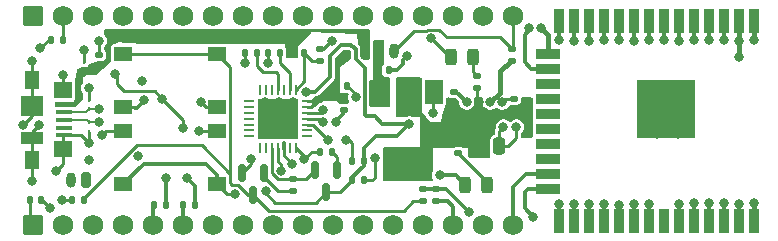
<source format=gbr>
%TF.GenerationSoftware,KiCad,Pcbnew,(6.0.1)*%
%TF.CreationDate,2023-01-04T22:15:01+03:00*%
%TF.ProjectId,EspDevBoard,45737044-6576-4426-9f61-72642e6b6963,rev?*%
%TF.SameCoordinates,Original*%
%TF.FileFunction,Copper,L1,Top*%
%TF.FilePolarity,Positive*%
%FSLAX46Y46*%
G04 Gerber Fmt 4.6, Leading zero omitted, Abs format (unit mm)*
G04 Created by KiCad (PCBNEW (6.0.1)) date 2023-01-04 22:15:01*
%MOMM*%
%LPD*%
G01*
G04 APERTURE LIST*
G04 Aperture macros list*
%AMRoundRect*
0 Rectangle with rounded corners*
0 $1 Rounding radius*
0 $2 $3 $4 $5 $6 $7 $8 $9 X,Y pos of 4 corners*
0 Add a 4 corners polygon primitive as box body*
4,1,4,$2,$3,$4,$5,$6,$7,$8,$9,$2,$3,0*
0 Add four circle primitives for the rounded corners*
1,1,$1+$1,$2,$3*
1,1,$1+$1,$4,$5*
1,1,$1+$1,$6,$7*
1,1,$1+$1,$8,$9*
0 Add four rect primitives between the rounded corners*
20,1,$1+$1,$2,$3,$4,$5,0*
20,1,$1+$1,$4,$5,$6,$7,0*
20,1,$1+$1,$6,$7,$8,$9,0*
20,1,$1+$1,$8,$9,$2,$3,0*%
G04 Aperture macros list end*
%TA.AperFunction,SMDPad,CuDef*%
%ADD10RoundRect,0.140000X0.140000X0.170000X-0.140000X0.170000X-0.140000X-0.170000X0.140000X-0.170000X0*%
%TD*%
%TA.AperFunction,SMDPad,CuDef*%
%ADD11RoundRect,0.140000X-0.140000X-0.170000X0.140000X-0.170000X0.140000X0.170000X-0.140000X0.170000X0*%
%TD*%
%TA.AperFunction,ComponentPad*%
%ADD12RoundRect,0.250000X-0.620000X-0.620000X0.620000X-0.620000X0.620000X0.620000X-0.620000X0.620000X0*%
%TD*%
%TA.AperFunction,ComponentPad*%
%ADD13C,1.740000*%
%TD*%
%TA.AperFunction,SMDPad,CuDef*%
%ADD14R,0.250000X0.360000*%
%TD*%
%TA.AperFunction,SMDPad,CuDef*%
%ADD15RoundRect,0.135000X0.135000X0.185000X-0.135000X0.185000X-0.135000X-0.185000X0.135000X-0.185000X0*%
%TD*%
%TA.AperFunction,ComponentPad*%
%ADD16RoundRect,0.200000X0.200000X0.450000X-0.200000X0.450000X-0.200000X-0.450000X0.200000X-0.450000X0*%
%TD*%
%TA.AperFunction,ComponentPad*%
%ADD17O,0.800000X1.300000*%
%TD*%
%TA.AperFunction,SMDPad,CuDef*%
%ADD18RoundRect,0.140000X0.170000X-0.140000X0.170000X0.140000X-0.170000X0.140000X-0.170000X-0.140000X0*%
%TD*%
%TA.AperFunction,SMDPad,CuDef*%
%ADD19RoundRect,0.135000X-0.135000X-0.185000X0.135000X-0.185000X0.135000X0.185000X-0.135000X0.185000X0*%
%TD*%
%TA.AperFunction,SMDPad,CuDef*%
%ADD20RoundRect,0.135000X-0.185000X0.135000X-0.185000X-0.135000X0.185000X-0.135000X0.185000X0.135000X0*%
%TD*%
%TA.AperFunction,SMDPad,CuDef*%
%ADD21RoundRect,0.243750X-0.243750X-0.456250X0.243750X-0.456250X0.243750X0.456250X-0.243750X0.456250X0*%
%TD*%
%TA.AperFunction,SMDPad,CuDef*%
%ADD22R,1.380000X0.450000*%
%TD*%
%TA.AperFunction,SMDPad,CuDef*%
%ADD23R,1.550000X1.425000*%
%TD*%
%TA.AperFunction,SMDPad,CuDef*%
%ADD24R,1.300000X1.650000*%
%TD*%
%TA.AperFunction,SMDPad,CuDef*%
%ADD25R,1.900000X1.000000*%
%TD*%
%TA.AperFunction,SMDPad,CuDef*%
%ADD26R,1.900000X1.800000*%
%TD*%
%TA.AperFunction,SMDPad,CuDef*%
%ADD27RoundRect,0.150000X-0.150000X0.587500X-0.150000X-0.587500X0.150000X-0.587500X0.150000X0.587500X0*%
%TD*%
%TA.AperFunction,SMDPad,CuDef*%
%ADD28R,1.550000X1.300000*%
%TD*%
%TA.AperFunction,SMDPad,CuDef*%
%ADD29RoundRect,0.250000X-0.250000X-0.475000X0.250000X-0.475000X0.250000X0.475000X-0.250000X0.475000X0*%
%TD*%
%TA.AperFunction,ComponentPad*%
%ADD30RoundRect,0.200000X-0.200000X-0.450000X0.200000X-0.450000X0.200000X0.450000X-0.200000X0.450000X0*%
%TD*%
%TA.AperFunction,SMDPad,CuDef*%
%ADD31R,0.900000X2.000000*%
%TD*%
%TA.AperFunction,SMDPad,CuDef*%
%ADD32R,2.000000X0.900000*%
%TD*%
%TA.AperFunction,SMDPad,CuDef*%
%ADD33R,5.000000X5.000000*%
%TD*%
%TA.AperFunction,SMDPad,CuDef*%
%ADD34RoundRect,0.135000X0.185000X-0.135000X0.185000X0.135000X-0.185000X0.135000X-0.185000X-0.135000X0*%
%TD*%
%TA.AperFunction,SMDPad,CuDef*%
%ADD35RoundRect,0.062500X0.337500X0.062500X-0.337500X0.062500X-0.337500X-0.062500X0.337500X-0.062500X0*%
%TD*%
%TA.AperFunction,SMDPad,CuDef*%
%ADD36RoundRect,0.062500X0.062500X0.337500X-0.062500X0.337500X-0.062500X-0.337500X0.062500X-0.337500X0*%
%TD*%
%TA.AperFunction,SMDPad,CuDef*%
%ADD37R,3.350000X3.350000*%
%TD*%
%TA.AperFunction,SMDPad,CuDef*%
%ADD38RoundRect,0.140000X-0.170000X0.140000X-0.170000X-0.140000X0.170000X-0.140000X0.170000X0.140000X0*%
%TD*%
%TA.AperFunction,SMDPad,CuDef*%
%ADD39R,1.500000X2.000000*%
%TD*%
%TA.AperFunction,SMDPad,CuDef*%
%ADD40R,3.800000X2.000000*%
%TD*%
%TA.AperFunction,ViaPad*%
%ADD41C,0.800000*%
%TD*%
%TA.AperFunction,Conductor*%
%ADD42C,0.250000*%
%TD*%
%TA.AperFunction,Conductor*%
%ADD43C,0.400000*%
%TD*%
%TA.AperFunction,Conductor*%
%ADD44C,0.300000*%
%TD*%
%TA.AperFunction,Conductor*%
%ADD45C,0.200000*%
%TD*%
G04 APERTURE END LIST*
D10*
%TO.P,C3,1*%
%TO.N,+3V3*%
X183380000Y-65300000D03*
%TO.P,C3,2*%
%TO.N,GND*%
X182420000Y-65300000D03*
%TD*%
D11*
%TO.P,C10,1*%
%TO.N,+3V3*%
X180620000Y-78900000D03*
%TO.P,C10,2*%
%TO.N,GND*%
X181580000Y-78900000D03*
%TD*%
D12*
%TO.P,J2,1,Pin_1*%
%TO.N,GND*%
X180900000Y-63300000D03*
D13*
%TO.P,J2,2,Pin_2*%
%TO.N,+3V3*%
X183440000Y-63300000D03*
%TO.P,J2,3,Pin_3*%
%TO.N,/EN*%
X185980000Y-63300000D03*
%TO.P,J2,4,Pin_4*%
%TO.N,/I36*%
X188520000Y-63300000D03*
%TO.P,J2,5,Pin_5*%
%TO.N,/I39*%
X191060000Y-63300000D03*
%TO.P,J2,6,Pin_6*%
%TO.N,/I34*%
X193600000Y-63300000D03*
%TO.P,J2,7,Pin_7*%
%TO.N,/I35*%
X196140000Y-63300000D03*
%TO.P,J2,8,Pin_8*%
%TO.N,/IO32*%
X198680000Y-63300000D03*
%TO.P,J2,9,Pin_9*%
%TO.N,/IO33*%
X201220000Y-63300000D03*
%TO.P,J2,10,Pin_10*%
%TO.N,/IO25*%
X203760000Y-63300000D03*
%TO.P,J2,11,Pin_11*%
%TO.N,/IO26*%
X206300000Y-63300000D03*
%TO.P,J2,12,Pin_12*%
%TO.N,/IO27*%
X208840000Y-63300000D03*
%TO.P,J2,13,Pin_13*%
%TO.N,/IO14*%
X211380000Y-63300000D03*
%TO.P,J2,14,Pin_14*%
%TO.N,/IO12*%
X213920000Y-63300000D03*
%TO.P,J2,15,Pin_15*%
%TO.N,GND*%
X216460000Y-63300000D03*
%TO.P,J2,16,Pin_16*%
%TO.N,/IO13*%
X219000000Y-63300000D03*
%TO.P,J2,17,Pin_17*%
%TO.N,VCC*%
X221540000Y-63300000D03*
%TD*%
D14*
%TO.P,D4,1,A1*%
%TO.N,GND*%
X185600000Y-73120000D03*
%TO.P,D4,2,A2*%
%TO.N,/USB_DP*%
X185600000Y-72280000D03*
%TD*%
D15*
%TO.P,R13,1*%
%TO.N,/EN*%
X208910000Y-75600000D03*
%TO.P,R13,2*%
%TO.N,+3V3*%
X207890000Y-75600000D03*
%TD*%
D16*
%TO.P,J4,1,Pin_1*%
%TO.N,Net-(C11-Pad1)*%
X185325000Y-77200000D03*
D17*
%TO.P,J4,2,Pin_2*%
%TO.N,+3V3*%
X184075000Y-77200000D03*
%TD*%
D11*
%TO.P,C2,1*%
%TO.N,+3V3*%
X206520000Y-69200000D03*
%TO.P,C2,2*%
%TO.N,GND*%
X207480000Y-69200000D03*
%TD*%
D14*
%TO.P,D3,1,A1*%
%TO.N,GND*%
X185200000Y-67180000D03*
%TO.P,D3,2,A2*%
%TO.N,VBUS*%
X185200000Y-68020000D03*
%TD*%
D18*
%TO.P,C9,1*%
%TO.N,+3V3*%
X221600000Y-71280000D03*
%TO.P,C9,2*%
%TO.N,GND*%
X221600000Y-70320000D03*
%TD*%
D19*
%TO.P,R12,1*%
%TO.N,/RXD0*%
X193590000Y-79300000D03*
%TO.P,R12,2*%
%TO.N,/TXD*%
X194610000Y-79300000D03*
%TD*%
D20*
%TO.P,R7,1*%
%TO.N,/IO0*%
X215000000Y-77980000D03*
%TO.P,R7,2*%
%TO.N,/IO0_CON*%
X215000000Y-79000000D03*
%TD*%
%TO.P,R8,1*%
%TO.N,/IO0*%
X213900000Y-77990000D03*
%TO.P,R8,2*%
%TO.N,/IO0_BTN*%
X213900000Y-79010000D03*
%TD*%
D11*
%TO.P,C12,1*%
%TO.N,/EN*%
X207920000Y-77200000D03*
%TO.P,C12,2*%
%TO.N,GND*%
X208880000Y-77200000D03*
%TD*%
D21*
%TO.P,D2,1,K*%
%TO.N,GND*%
X216262500Y-66800000D03*
%TO.P,D2,2,A*%
%TO.N,Net-(D2-Pad2)*%
X218137500Y-66800000D03*
%TD*%
D22*
%TO.P,J3,1,VBUS*%
%TO.N,VBUS*%
X183460000Y-70800000D03*
%TO.P,J3,2,D-*%
%TO.N,/USB_DN*%
X183460000Y-71450000D03*
%TO.P,J3,3,D+*%
%TO.N,/USB_DP*%
X183460000Y-72100000D03*
%TO.P,J3,4,ID*%
%TO.N,unconnected-(J3-Pad4)*%
X183460000Y-72750000D03*
%TO.P,J3,5,GND*%
%TO.N,GND*%
X183460000Y-73400000D03*
D23*
%TO.P,J3,6,Shield*%
X183375000Y-69612500D03*
D24*
X180800000Y-68725000D03*
X180800000Y-75475000D03*
D25*
X180800000Y-73650000D03*
D26*
X180800000Y-70950000D03*
D23*
X183375000Y-74587500D03*
%TD*%
D19*
%TO.P,R11,1*%
%TO.N,/TXD0*%
X191090000Y-79300000D03*
%TO.P,R11,2*%
%TO.N,/RXD*%
X192110000Y-79300000D03*
%TD*%
D27*
%TO.P,Q4,1,B*%
%TO.N,Net-(Q4-Pad1)*%
X200450000Y-76562500D03*
%TO.P,Q4,2,E*%
%TO.N,/DTR*%
X198550000Y-76562500D03*
%TO.P,Q4,3,C*%
%TO.N,/IO0_BTN*%
X199500000Y-78437500D03*
%TD*%
D28*
%TO.P,SW1,1,1*%
%TO.N,GND*%
X196475000Y-73050000D03*
X188525000Y-73050000D03*
%TO.P,SW1,2,2*%
%TO.N,/EN*%
X188525000Y-77550000D03*
X196475000Y-77550000D03*
%TD*%
D20*
%TO.P,R2,1*%
%TO.N,Net-(D2-Pad2)*%
X218500000Y-68380000D03*
%TO.P,R2,2*%
%TO.N,+3V3*%
X218500000Y-69400000D03*
%TD*%
D29*
%TO.P,C8,1*%
%TO.N,+3V3*%
X218450000Y-74300000D03*
%TO.P,C8,2*%
%TO.N,GND*%
X220350000Y-74300000D03*
%TD*%
D30*
%TO.P,J1,1,Pin_1*%
%TO.N,VBUS*%
X208950000Y-66300000D03*
D17*
%TO.P,J1,2,Pin_2*%
%TO.N,+5V*%
X210200000Y-66300000D03*
%TO.P,J1,3,Pin_3*%
%TO.N,VCC*%
X211450000Y-66300000D03*
%TD*%
D10*
%TO.P,C13,1*%
%TO.N,/IO0_BTN*%
X185160000Y-78900000D03*
%TO.P,C13,2*%
%TO.N,GND*%
X184200000Y-78900000D03*
%TD*%
D19*
%TO.P,R4,1*%
%TO.N,VBUS*%
X202790000Y-66400000D03*
%TO.P,R4,2*%
%TO.N,Net-(R4-Pad2)*%
X203810000Y-66400000D03*
%TD*%
D12*
%TO.P,J5,1,Pin_1*%
%TO.N,+3V3*%
X180900000Y-81000000D03*
D13*
%TO.P,J5,2,Pin_2*%
%TO.N,GND*%
X183440000Y-81000000D03*
%TO.P,J5,3,Pin_3*%
%TO.N,/IO23*%
X185980000Y-81000000D03*
%TO.P,J5,4,Pin_4*%
%TO.N,/IO22*%
X188520000Y-81000000D03*
%TO.P,J5,5,Pin_5*%
%TO.N,/TXD0*%
X191060000Y-81000000D03*
%TO.P,J5,6,Pin_6*%
%TO.N,/RXD0*%
X193600000Y-81000000D03*
%TO.P,J5,7,Pin_7*%
%TO.N,/IO21*%
X196140000Y-81000000D03*
%TO.P,J5,8,Pin_8*%
%TO.N,GND*%
X198680000Y-81000000D03*
%TO.P,J5,9,Pin_9*%
%TO.N,/IO19*%
X201220000Y-81000000D03*
%TO.P,J5,10,Pin_10*%
%TO.N,/IO18*%
X203760000Y-81000000D03*
%TO.P,J5,11,Pin_11*%
%TO.N,/IO5*%
X206300000Y-81000000D03*
%TO.P,J5,12,Pin_12*%
%TO.N,/IO17*%
X208840000Y-81000000D03*
%TO.P,J5,13,Pin_13*%
%TO.N,/IO16*%
X211380000Y-81000000D03*
%TO.P,J5,14,Pin_14*%
%TO.N,/IO4*%
X213920000Y-81000000D03*
%TO.P,J5,15,Pin_15*%
%TO.N,/IO0_CON*%
X216460000Y-81000000D03*
%TO.P,J5,16,Pin_16*%
%TO.N,/IO2*%
X219000000Y-81000000D03*
%TO.P,J5,17,Pin_17*%
%TO.N,/IO15*%
X221540000Y-81000000D03*
%TD*%
D18*
%TO.P,C7,1*%
%TO.N,VBUS*%
X186500000Y-67580000D03*
%TO.P,C7,2*%
%TO.N,GND*%
X186500000Y-66620000D03*
%TD*%
D21*
%TO.P,D1,1,K*%
%TO.N,/IO18*%
X217462500Y-77600000D03*
%TO.P,D1,2,A*%
%TO.N,Net-(D1-Pad2)*%
X219337500Y-77600000D03*
%TD*%
D31*
%TO.P,U3,1,GND*%
%TO.N,GND*%
X241955000Y-63700000D03*
%TO.P,U3,2,VDD*%
%TO.N,+3V3*%
X240685000Y-63700000D03*
%TO.P,U3,3,EN*%
%TO.N,/EN*%
X239415000Y-63700000D03*
%TO.P,U3,4,SENSOR_VP*%
%TO.N,/I36*%
X238145000Y-63700000D03*
%TO.P,U3,5,SENSOR_VN*%
%TO.N,/I39*%
X236875000Y-63700000D03*
%TO.P,U3,6,IO34*%
%TO.N,/I34*%
X235605000Y-63700000D03*
%TO.P,U3,7,IO35*%
%TO.N,/I35*%
X234335000Y-63700000D03*
%TO.P,U3,8,IO32*%
%TO.N,/IO32*%
X233065000Y-63700000D03*
%TO.P,U3,9,IO33*%
%TO.N,/IO33*%
X231795000Y-63700000D03*
%TO.P,U3,10,IO25*%
%TO.N,/IO25*%
X230525000Y-63700000D03*
%TO.P,U3,11,IO26*%
%TO.N,/IO26*%
X229255000Y-63700000D03*
%TO.P,U3,12,IO27*%
%TO.N,/IO27*%
X227985000Y-63700000D03*
%TO.P,U3,13,IO14*%
%TO.N,/IO14*%
X226715000Y-63700000D03*
%TO.P,U3,14,IO12*%
%TO.N,/IO12*%
X225445000Y-63700000D03*
D32*
%TO.P,U3,15,GND*%
%TO.N,GND*%
X224445000Y-66485000D03*
%TO.P,U3,16,IO13*%
%TO.N,/IO13*%
X224445000Y-67755000D03*
%TO.P,U3,17,SHD/SD2*%
%TO.N,unconnected-(U3-Pad17)*%
X224445000Y-69025000D03*
%TO.P,U3,18,SWP/SD3*%
%TO.N,unconnected-(U3-Pad18)*%
X224445000Y-70295000D03*
%TO.P,U3,19,SCS/CMD*%
%TO.N,unconnected-(U3-Pad19)*%
X224445000Y-71565000D03*
%TO.P,U3,20,SCK/CLK*%
%TO.N,unconnected-(U3-Pad20)*%
X224445000Y-72835000D03*
%TO.P,U3,21,SDO/SD0*%
%TO.N,unconnected-(U3-Pad21)*%
X224445000Y-74105000D03*
%TO.P,U3,22,SDI/SD1*%
%TO.N,unconnected-(U3-Pad22)*%
X224445000Y-75375000D03*
%TO.P,U3,23,IO15*%
%TO.N,/IO15*%
X224445000Y-76645000D03*
%TO.P,U3,24,IO2*%
%TO.N,/IO2*%
X224445000Y-77915000D03*
D31*
%TO.P,U3,25,IO0*%
%TO.N,/IO0*%
X225445000Y-80700000D03*
%TO.P,U3,26,IO4*%
%TO.N,/IO4*%
X226715000Y-80700000D03*
%TO.P,U3,27,IO16*%
%TO.N,/IO16*%
X227985000Y-80700000D03*
%TO.P,U3,28,IO17*%
%TO.N,/IO17*%
X229255000Y-80700000D03*
%TO.P,U3,29,IO5*%
%TO.N,/IO5*%
X230525000Y-80700000D03*
%TO.P,U3,30,IO18*%
%TO.N,/IO18*%
X231795000Y-80700000D03*
%TO.P,U3,31,IO19*%
%TO.N,/IO19*%
X233065000Y-80700000D03*
%TO.P,U3,32,NC*%
%TO.N,unconnected-(U3-Pad32)*%
X234335000Y-80700000D03*
%TO.P,U3,33,IO21*%
%TO.N,/IO21*%
X235605000Y-80700000D03*
%TO.P,U3,34,RXD0/IO3*%
%TO.N,/RXD0*%
X236875000Y-80700000D03*
%TO.P,U3,35,TXD0/IO1*%
%TO.N,/TXD0*%
X238145000Y-80700000D03*
%TO.P,U3,36,IO22*%
%TO.N,/IO22*%
X239415000Y-80700000D03*
%TO.P,U3,37,IO23*%
%TO.N,/IO23*%
X240685000Y-80700000D03*
%TO.P,U3,38,GND*%
%TO.N,GND*%
X241955000Y-80700000D03*
D33*
%TO.P,U3,39,GND*%
X234455000Y-71200000D03*
%TD*%
D19*
%TO.P,R14,1*%
%TO.N,/DTR*%
X205190000Y-74800000D03*
%TO.P,R14,2*%
%TO.N,Net-(Q3-Pad1)*%
X206210000Y-74800000D03*
%TD*%
D34*
%TO.P,R1,1*%
%TO.N,Net-(D1-Pad2)*%
X216900000Y-74920000D03*
%TO.P,R1,2*%
%TO.N,+3V3*%
X216900000Y-73900000D03*
%TD*%
%TO.P,R5,1*%
%TO.N,Net-(R4-Pad2)*%
X205200000Y-67110000D03*
%TO.P,R5,2*%
%TO.N,GND*%
X205200000Y-66090000D03*
%TD*%
D18*
%TO.P,C5,1*%
%TO.N,+3V3*%
X216500000Y-70680000D03*
%TO.P,C5,2*%
%TO.N,GND*%
X216500000Y-69720000D03*
%TD*%
D28*
%TO.P,SW2,1,1*%
%TO.N,GND*%
X196475000Y-71050000D03*
X188525000Y-71050000D03*
%TO.P,SW2,2,2*%
%TO.N,/IO0_BTN*%
X188525000Y-66550000D03*
X196475000Y-66550000D03*
%TD*%
D19*
%TO.P,R3,1*%
%TO.N,+3V3*%
X200790000Y-66400000D03*
%TO.P,R3,2*%
%TO.N,Net-(R3-Pad2)*%
X201810000Y-66400000D03*
%TD*%
D35*
%TO.P,U2,1,~{DCD}*%
%TO.N,unconnected-(U2-Pad1)*%
X204050000Y-73500000D03*
%TO.P,U2,2,~{RI}/CLK*%
%TO.N,unconnected-(U2-Pad2)*%
X204050000Y-73000000D03*
%TO.P,U2,3,GND*%
%TO.N,GND*%
X204050000Y-72500000D03*
%TO.P,U2,4,D+*%
%TO.N,/USB_DP*%
X204050000Y-72000000D03*
%TO.P,U2,5,D-*%
%TO.N,/USB_DN*%
X204050000Y-71500000D03*
%TO.P,U2,6,VDD*%
%TO.N,+3V3*%
X204050000Y-71000000D03*
%TO.P,U2,7,VREGIN*%
X204050000Y-70500000D03*
D36*
%TO.P,U2,8,VBUS*%
%TO.N,Net-(R4-Pad2)*%
X203100000Y-69550000D03*
%TO.P,U2,9,~{RST}*%
%TO.N,Net-(R3-Pad2)*%
X202600000Y-69550000D03*
%TO.P,U2,10,NC*%
%TO.N,unconnected-(U2-Pad10)*%
X202100000Y-69550000D03*
%TO.P,U2,11,~{SUSPEND}*%
%TO.N,Net-(R6-Pad1)*%
X201600000Y-69550000D03*
%TO.P,U2,12,SUSPEND*%
%TO.N,unconnected-(U2-Pad12)*%
X201100000Y-69550000D03*
%TO.P,U2,13,CHREN*%
%TO.N,unconnected-(U2-Pad13)*%
X200600000Y-69550000D03*
%TO.P,U2,14,CHR1*%
%TO.N,unconnected-(U2-Pad14)*%
X200100000Y-69550000D03*
D35*
%TO.P,U2,15,CHR0*%
%TO.N,unconnected-(U2-Pad15)*%
X199150000Y-70500000D03*
%TO.P,U2,16,~{WAKEUP}/GPIO.3*%
%TO.N,unconnected-(U2-Pad16)*%
X199150000Y-71000000D03*
%TO.P,U2,17,RS485/GPIO.2*%
%TO.N,unconnected-(U2-Pad17)*%
X199150000Y-71500000D03*
%TO.P,U2,18,~{RXT}/GPIO.1*%
%TO.N,unconnected-(U2-Pad18)*%
X199150000Y-72000000D03*
%TO.P,U2,19,~{TXT}/GPIO.0*%
%TO.N,unconnected-(U2-Pad19)*%
X199150000Y-72500000D03*
%TO.P,U2,20,GPIO.6*%
%TO.N,unconnected-(U2-Pad20)*%
X199150000Y-73000000D03*
%TO.P,U2,21,GPIO.5*%
%TO.N,unconnected-(U2-Pad21)*%
X199150000Y-73500000D03*
D36*
%TO.P,U2,22,GPIO.4*%
%TO.N,unconnected-(U2-Pad22)*%
X200100000Y-74450000D03*
%TO.P,U2,23,~{CTS}*%
%TO.N,unconnected-(U2-Pad23)*%
X200600000Y-74450000D03*
%TO.P,U2,24,~{RTS}*%
%TO.N,/RTS*%
X201100000Y-74450000D03*
%TO.P,U2,25,RXD*%
%TO.N,/RXD*%
X201600000Y-74450000D03*
%TO.P,U2,26,TXD*%
%TO.N,/TXD*%
X202100000Y-74450000D03*
%TO.P,U2,27,~{DSR}*%
%TO.N,unconnected-(U2-Pad27)*%
X202600000Y-74450000D03*
%TO.P,U2,28,~{DTR}*%
%TO.N,/DTR*%
X203100000Y-74450000D03*
D37*
%TO.P,U2,29,GND*%
%TO.N,GND*%
X201600000Y-72000000D03*
%TD*%
D15*
%TO.P,R6,1*%
%TO.N,Net-(R6-Pad1)*%
X199810000Y-66400000D03*
%TO.P,R6,2*%
%TO.N,GND*%
X198790000Y-66400000D03*
%TD*%
D38*
%TO.P,C1,1*%
%TO.N,+3V3*%
X207200000Y-70320000D03*
%TO.P,C1,2*%
%TO.N,GND*%
X207200000Y-71280000D03*
%TD*%
D20*
%TO.P,R15,1*%
%TO.N,/RTS*%
X202900000Y-77090000D03*
%TO.P,R15,2*%
%TO.N,Net-(Q4-Pad1)*%
X202900000Y-78110000D03*
%TD*%
D11*
%TO.P,C4,1*%
%TO.N,+5V*%
X210020000Y-67900000D03*
%TO.P,C4,2*%
%TO.N,GND*%
X210980000Y-67900000D03*
%TD*%
D38*
%TO.P,C6,1*%
%TO.N,VCC*%
X221400000Y-66120000D03*
%TO.P,C6,2*%
%TO.N,GND*%
X221400000Y-67080000D03*
%TD*%
D27*
%TO.P,Q3,1,B*%
%TO.N,Net-(Q3-Pad1)*%
X206650000Y-76362500D03*
%TO.P,Q3,2,E*%
%TO.N,/RTS*%
X204750000Y-76362500D03*
%TO.P,Q3,3,C*%
%TO.N,/EN*%
X205700000Y-78237500D03*
%TD*%
D14*
%TO.P,D5,1,A1*%
%TO.N,GND*%
X185600000Y-70380000D03*
%TO.P,D5,2,A2*%
%TO.N,/USB_DN*%
X185600000Y-71220000D03*
%TD*%
D39*
%TO.P,U1,1,GND*%
%TO.N,GND*%
X214800000Y-69750000D03*
D40*
%TO.P,U1,2,VO*%
%TO.N,+3V3*%
X212500000Y-76050000D03*
D39*
X212500000Y-69750000D03*
%TO.P,U1,3,VI*%
%TO.N,+5V*%
X210200000Y-69750000D03*
%TD*%
D41*
%TO.N,+3V3*%
X240685000Y-65385000D03*
X207400000Y-73800000D03*
X207400000Y-66700000D03*
X216000000Y-71700000D03*
X200790000Y-67290000D03*
X217900000Y-72700000D03*
X218600000Y-70600000D03*
X219400000Y-72700000D03*
X222600000Y-71900000D03*
X240685000Y-66785000D03*
%TO.N,GND*%
X195100000Y-70600000D03*
X221800000Y-72700000D03*
X236400000Y-70500000D03*
X200500000Y-70600000D03*
X236400000Y-72500000D03*
X186500000Y-65400000D03*
X181400000Y-72500000D03*
X235500000Y-69500000D03*
X214600000Y-65200000D03*
X205875386Y-73800000D03*
X206500000Y-72300000D03*
X183300000Y-78900000D03*
X183375000Y-68325000D03*
X219600000Y-70600000D03*
X233700000Y-73300000D03*
X201700000Y-70600000D03*
X180050000Y-72500000D03*
X208200000Y-70200000D03*
X241955000Y-65355000D03*
X181500000Y-66000000D03*
X202900000Y-70600000D03*
X185200000Y-66200000D03*
X198790000Y-67290000D03*
X182300000Y-79600000D03*
X220600000Y-70600000D03*
X212500000Y-66700000D03*
X233700000Y-71600000D03*
X241955000Y-79155000D03*
X201700000Y-72700000D03*
X233700000Y-69500000D03*
X234600000Y-70500000D03*
X185600000Y-69400000D03*
X217600000Y-70600000D03*
X235500000Y-71700000D03*
X209800000Y-75300000D03*
X200500000Y-72700000D03*
X180800000Y-67100000D03*
X182800000Y-76400000D03*
X202900000Y-72700000D03*
X180800000Y-77300000D03*
X189800000Y-75200000D03*
X190100000Y-68800000D03*
X185600000Y-74100000D03*
X190300000Y-70400000D03*
X185600000Y-75500000D03*
X186750000Y-73350000D03*
X223900000Y-64350000D03*
X214700000Y-71500000D03*
X206200000Y-65400000D03*
X220700000Y-72700000D03*
X194950000Y-73050000D03*
X234600000Y-72400000D03*
X235500000Y-73300000D03*
X232700000Y-72500000D03*
X232700000Y-70500000D03*
%TO.N,Net-(C11-Pad1)*%
X187800000Y-68200000D03*
X191800000Y-70300000D03*
X193600000Y-72800000D03*
%TO.N,/EN*%
X200600000Y-78100000D03*
X204000000Y-69700000D03*
X239415000Y-65315000D03*
X198000000Y-78400000D03*
X212750489Y-72449511D03*
%TO.N,/IO18*%
X215298079Y-76801921D03*
X231795000Y-79205000D03*
%TO.N,/USB_DP*%
X205400000Y-72300000D03*
X186480000Y-72280000D03*
%TO.N,/USB_DN*%
X205400000Y-71300000D03*
X186480000Y-71220000D03*
%TO.N,/I36*%
X238145000Y-65345000D03*
%TO.N,/I39*%
X236875000Y-65375000D03*
%TO.N,/I34*%
X235605000Y-65395000D03*
%TO.N,/I35*%
X234335000Y-65365000D03*
%TO.N,/IO32*%
X233065000Y-65365000D03*
%TO.N,/IO33*%
X231795000Y-65395000D03*
%TO.N,/IO25*%
X230525000Y-65375000D03*
%TO.N,/IO26*%
X229255000Y-65345000D03*
%TO.N,/IO27*%
X227985000Y-65385000D03*
%TO.N,/IO14*%
X226715000Y-65385000D03*
%TO.N,/IO12*%
X225445000Y-65355000D03*
%TO.N,/IO13*%
X222900000Y-64300000D03*
%TO.N,/IO23*%
X240685000Y-79185000D03*
%TO.N,/IO22*%
X239415000Y-79115000D03*
%TO.N,/TXD0*%
X238145000Y-79145000D03*
%TO.N,/RXD0*%
X236875000Y-79175000D03*
%TO.N,/IO21*%
X235605000Y-79205000D03*
%TO.N,/IO19*%
X233065000Y-79235000D03*
%TO.N,/IO5*%
X230525000Y-79275000D03*
%TO.N,/IO17*%
X229255000Y-79245000D03*
%TO.N,/IO16*%
X227985000Y-79215000D03*
%TO.N,/IO4*%
X226715000Y-79215000D03*
%TO.N,/IO2*%
X223200000Y-80300000D03*
%TO.N,/DTR*%
X203850000Y-75450000D03*
X199300000Y-75400000D03*
%TO.N,/IO0*%
X217800000Y-79900000D03*
X225445000Y-79245000D03*
%TO.N,/RXD*%
X192110000Y-77010000D03*
X201900000Y-76400000D03*
%TO.N,/TXD*%
X193900000Y-77000000D03*
X202800000Y-75800000D03*
%TD*%
D42*
%TO.N,+3V3*%
X207200000Y-70320000D02*
X206520000Y-69640000D01*
X183380000Y-63360000D02*
X183440000Y-63300000D01*
X214300000Y-73900000D02*
X214200000Y-74000000D01*
X212500000Y-70600000D02*
X212500000Y-69750000D01*
X214200000Y-72300000D02*
X212500000Y-70600000D01*
X217300000Y-74300000D02*
X216900000Y-73900000D01*
X205220000Y-70500000D02*
X205360000Y-70360000D01*
X205360000Y-70360000D02*
X206520000Y-69200000D01*
X218500000Y-70500000D02*
X218600000Y-70600000D01*
X218450000Y-74300000D02*
X219400000Y-73350000D01*
D43*
X240685000Y-65385000D02*
X240685000Y-66785000D01*
D42*
X206520000Y-69640000D02*
X206520000Y-69200000D01*
X200790000Y-66400000D02*
X200790000Y-67290000D01*
D43*
X240685000Y-65385000D02*
X240685000Y-63700000D01*
D42*
X217000000Y-72700000D02*
X216000000Y-71700000D01*
X206520000Y-67380000D02*
X207200000Y-66700000D01*
X207600000Y-73800000D02*
X207400000Y-73800000D01*
X217100000Y-73900000D02*
X217900000Y-73100000D01*
X212300000Y-70400000D02*
X212300000Y-69750000D01*
X180620000Y-80720000D02*
X180900000Y-81000000D01*
X207890000Y-74090000D02*
X207600000Y-73800000D01*
X218500000Y-69400000D02*
X218500000Y-70500000D01*
X180620000Y-78900000D02*
X180620000Y-80720000D01*
X212300000Y-76050000D02*
X214200000Y-74150000D01*
X214200000Y-74150000D02*
X214200000Y-74000000D01*
X216900000Y-73900000D02*
X217100000Y-73900000D01*
X218500000Y-70800000D02*
X218600000Y-70900000D01*
X219400000Y-73350000D02*
X219400000Y-72700000D01*
X216500000Y-71200000D02*
X216000000Y-71700000D01*
X207200000Y-70320000D02*
X205400000Y-70320000D01*
X206520000Y-69200000D02*
X206520000Y-67380000D01*
X221600000Y-71280000D02*
X222080000Y-71280000D01*
X204050000Y-70500000D02*
X204900000Y-70500000D01*
X216500000Y-70680000D02*
X216500000Y-71200000D01*
X205400000Y-70320000D02*
X205360000Y-70360000D01*
X204400000Y-71000000D02*
X204900000Y-70500000D01*
X207200000Y-66700000D02*
X207400000Y-66700000D01*
X222080000Y-71280000D02*
X222600000Y-71800000D01*
X214200000Y-74000000D02*
X214200000Y-72300000D01*
X217900000Y-73100000D02*
X217900000Y-72700000D01*
X183380000Y-65300000D02*
X183380000Y-63360000D01*
X204050000Y-71000000D02*
X204400000Y-71000000D01*
X219400000Y-72700000D02*
X217900000Y-72700000D01*
X204900000Y-70500000D02*
X205220000Y-70500000D01*
X207890000Y-75600000D02*
X207890000Y-74090000D01*
X218450000Y-74300000D02*
X217300000Y-74300000D01*
X222600000Y-71800000D02*
X222600000Y-71900000D01*
X216900000Y-73900000D02*
X214300000Y-73900000D01*
X217900000Y-72700000D02*
X217000000Y-72700000D01*
%TO.N,GND*%
X208200000Y-69920000D02*
X207480000Y-69200000D01*
X220350000Y-73050000D02*
X220700000Y-72700000D01*
X198790000Y-66400000D02*
X198790000Y-67290000D01*
X180800000Y-70950000D02*
X180800000Y-68725000D01*
X205410000Y-66090000D02*
X206100000Y-65400000D01*
X189600000Y-71100000D02*
X190300000Y-70400000D01*
X183375000Y-74587500D02*
X183375000Y-75825000D01*
X180800000Y-71750000D02*
X180050000Y-72500000D01*
X183375000Y-74587500D02*
X183375000Y-73485000D01*
X182200000Y-65300000D02*
X181500000Y-66000000D01*
X208880000Y-77200000D02*
X209600000Y-77200000D01*
X220350000Y-74300000D02*
X221100000Y-74300000D01*
D44*
X210980000Y-67900000D02*
X211700000Y-67900000D01*
X216720000Y-69720000D02*
X217600000Y-70600000D01*
D42*
X189500000Y-71100000D02*
X189600000Y-71100000D01*
X181600000Y-78900000D02*
X182300000Y-79600000D01*
X220350000Y-74300000D02*
X220350000Y-73050000D01*
D44*
X211700000Y-67900000D02*
X212200000Y-67400000D01*
D42*
X209800000Y-77000000D02*
X209800000Y-75300000D01*
X183375000Y-73485000D02*
X183460000Y-73400000D01*
X207200000Y-71280000D02*
X207200000Y-71400000D01*
X204575386Y-72500000D02*
X205875386Y-73800000D01*
X188525000Y-71050000D02*
X189450000Y-71050000D01*
D44*
X210980000Y-67900000D02*
X210980000Y-67820000D01*
D43*
X224445000Y-64895000D02*
X223900000Y-64350000D01*
D42*
X184200000Y-78900000D02*
X183300000Y-78900000D01*
X185200000Y-67180000D02*
X185200000Y-66200000D01*
X196475000Y-73050000D02*
X194950000Y-73050000D01*
X185600000Y-70380000D02*
X185600000Y-69400000D01*
D44*
X216500000Y-69720000D02*
X216720000Y-69720000D01*
D42*
X207200000Y-71400000D02*
X206500000Y-72100000D01*
X221100000Y-74300000D02*
X221800000Y-73600000D01*
X214700000Y-69850000D02*
X214800000Y-69750000D01*
X195550000Y-71050000D02*
X195100000Y-70600000D01*
X206100000Y-65400000D02*
X206200000Y-65400000D01*
D43*
X219600000Y-70600000D02*
X220400000Y-69800000D01*
D42*
X183375000Y-69612500D02*
X183375000Y-68325000D01*
D44*
X212200000Y-67400000D02*
X212200000Y-67000000D01*
D43*
X220400000Y-68000000D02*
X221320000Y-67080000D01*
D42*
X188525000Y-73050000D02*
X187050000Y-73050000D01*
X183375000Y-75825000D02*
X182800000Y-76400000D01*
X208200000Y-70200000D02*
X208200000Y-69920000D01*
X187050000Y-73050000D02*
X186750000Y-73350000D01*
X205300000Y-65990000D02*
X205310000Y-65990000D01*
D43*
X241955000Y-80700000D02*
X241955000Y-79155000D01*
D42*
X214600000Y-71400000D02*
X214700000Y-71500000D01*
X214700000Y-71500000D02*
X214700000Y-69850000D01*
D43*
X241955000Y-65355000D02*
X241955000Y-63700000D01*
D42*
X206500000Y-72100000D02*
X206500000Y-72300000D01*
X180800000Y-68725000D02*
X180800000Y-67100000D01*
X209600000Y-77200000D02*
X209800000Y-77000000D01*
X180800000Y-75475000D02*
X180800000Y-73650000D01*
X181580000Y-78900000D02*
X181600000Y-78900000D01*
D43*
X224445000Y-66485000D02*
X224445000Y-64895000D01*
D42*
X180800000Y-75475000D02*
X180800000Y-77300000D01*
X180050000Y-72450000D02*
X180000000Y-72500000D01*
X185600000Y-73120000D02*
X185600000Y-74100000D01*
D44*
X216200000Y-66800000D02*
X214600000Y-65200000D01*
D42*
X189450000Y-71050000D02*
X189500000Y-71100000D01*
X180800000Y-73100000D02*
X181400000Y-72500000D01*
X221800000Y-73600000D02*
X221800000Y-72700000D01*
D44*
X216262500Y-66800000D02*
X216200000Y-66800000D01*
D42*
X186750000Y-73350000D02*
X186700000Y-73400000D01*
X220880000Y-70320000D02*
X220600000Y-70600000D01*
X205200000Y-66090000D02*
X205410000Y-66090000D01*
X180800000Y-70950000D02*
X180800000Y-71750000D01*
X186500000Y-66620000D02*
X186500000Y-65400000D01*
X223950000Y-64350000D02*
X223900000Y-64300000D01*
D43*
X220400000Y-69800000D02*
X220400000Y-68000000D01*
D42*
X196475000Y-71050000D02*
X195550000Y-71050000D01*
X184900000Y-73400000D02*
X185600000Y-74100000D01*
X204050000Y-72500000D02*
X204575386Y-72500000D01*
D43*
X221320000Y-67080000D02*
X221400000Y-67080000D01*
D42*
X182420000Y-65300000D02*
X182200000Y-65300000D01*
D44*
X212200000Y-67000000D02*
X212500000Y-66700000D01*
D42*
X180800000Y-73650000D02*
X180800000Y-73100000D01*
X221600000Y-70320000D02*
X220880000Y-70320000D01*
X183460000Y-73400000D02*
X184900000Y-73400000D01*
%TO.N,+5V*%
X210020000Y-66480000D02*
X210200000Y-66300000D01*
X210020000Y-69730000D02*
X210000000Y-69750000D01*
X210020000Y-67900000D02*
X209900000Y-67900000D01*
X210200000Y-68080000D02*
X210020000Y-67900000D01*
X210020000Y-67900000D02*
X210020000Y-66480000D01*
X210200000Y-69750000D02*
X210200000Y-68080000D01*
%TO.N,VCC*%
X220380000Y-65100000D02*
X221400000Y-66120000D01*
X214299897Y-64475489D02*
X215275489Y-64475489D01*
X215275489Y-64475489D02*
X215900000Y-65100000D01*
X211450000Y-66300000D02*
X211600000Y-66300000D01*
X213150000Y-64600000D02*
X214175386Y-64600000D01*
X221540000Y-65980000D02*
X221540000Y-63300000D01*
X215900000Y-65100000D02*
X220380000Y-65100000D01*
X214175386Y-64600000D02*
X214299897Y-64475489D01*
X221400000Y-66120000D02*
X221540000Y-65980000D01*
X211450000Y-66300000D02*
X213150000Y-64600000D01*
%TO.N,VBUS*%
X208294511Y-64494511D02*
X208950000Y-65150000D01*
X208950000Y-65150000D02*
X208950000Y-66300000D01*
X186506930Y-67580000D02*
X187300000Y-66786930D01*
X188200000Y-64900000D02*
X201800000Y-64900000D01*
X202790000Y-65890000D02*
X202790000Y-66400000D01*
X184800000Y-68420000D02*
X185200000Y-68020000D01*
X184300000Y-70800000D02*
X184800000Y-70300000D01*
X202790000Y-66400000D02*
X202790000Y-65959295D01*
X186500000Y-67580000D02*
X186506930Y-67580000D01*
X202790000Y-65959295D02*
X204254784Y-64494511D01*
X187300000Y-65800000D02*
X188200000Y-64900000D01*
X186060000Y-68020000D02*
X186500000Y-67580000D01*
X184800000Y-70300000D02*
X184800000Y-68420000D01*
X187300000Y-66786930D02*
X187300000Y-65800000D01*
X201800000Y-64900000D02*
X202790000Y-65890000D01*
X185200000Y-68020000D02*
X186060000Y-68020000D01*
X204254784Y-64494511D02*
X208294511Y-64494511D01*
X183460000Y-70800000D02*
X184300000Y-70800000D01*
%TO.N,Net-(C11-Pad1)*%
X188000000Y-68400000D02*
X187800000Y-68200000D01*
X193600000Y-72100000D02*
X191800000Y-70300000D01*
X188575489Y-69675489D02*
X188000000Y-69100000D01*
X191175489Y-69675489D02*
X188575489Y-69675489D01*
X191800000Y-70300000D02*
X191175489Y-69675489D01*
X193600000Y-72800000D02*
X193600000Y-72100000D01*
X188000000Y-69100000D02*
X188000000Y-68400000D01*
D44*
%TO.N,/EN*%
X195500000Y-75800000D02*
X190275000Y-75800000D01*
D42*
X205700000Y-78237500D02*
X204837500Y-79100000D01*
D44*
X207920000Y-76980000D02*
X208910000Y-75990000D01*
X196475000Y-77875000D02*
X196475000Y-77550000D01*
X209900000Y-73500000D02*
X208910000Y-74490000D01*
X207759970Y-65800000D02*
X206928928Y-65800000D01*
D42*
X204837500Y-79100000D02*
X201400000Y-79100000D01*
D44*
X212750489Y-72449511D02*
X211700000Y-73500000D01*
X208910000Y-74490000D02*
X208910000Y-75600000D01*
X207920495Y-65820015D02*
X207779985Y-65820015D01*
X239415000Y-63700000D02*
X239415000Y-65315000D01*
X196475000Y-77550000D02*
X196475000Y-76775000D01*
X207920000Y-77200000D02*
X207920000Y-76980000D01*
D42*
X200600000Y-78300000D02*
X200600000Y-78100000D01*
D44*
X207779985Y-65820015D02*
X207759970Y-65800000D01*
D42*
X206882500Y-78237500D02*
X207920000Y-77200000D01*
D44*
X208200480Y-66977618D02*
X208200480Y-66100000D01*
X209100000Y-71800000D02*
X208949511Y-71649511D01*
X209800978Y-71800000D02*
X209100000Y-71800000D01*
X208910000Y-75990000D02*
X208910000Y-75600000D01*
X205700000Y-77737500D02*
X205700000Y-77800000D01*
X210450489Y-72449511D02*
X209800978Y-71800000D01*
D42*
X198000000Y-78400000D02*
X197325000Y-78400000D01*
D44*
X208949511Y-67726649D02*
X208200480Y-66977618D01*
X206045481Y-66683447D02*
X206045481Y-68445481D01*
X196475000Y-77550000D02*
X196825000Y-77900000D01*
X211700000Y-73500000D02*
X209900000Y-73500000D01*
X212750489Y-72449511D02*
X210450489Y-72449511D01*
X206928928Y-65800000D02*
X206045481Y-66683447D01*
D42*
X197325000Y-78400000D02*
X196475000Y-77550000D01*
D44*
X208200480Y-66100000D02*
X207920495Y-65820015D01*
X190275000Y-75800000D02*
X188525000Y-77550000D01*
X196475000Y-76775000D02*
X195500000Y-75800000D01*
X206045481Y-68445481D02*
X204790962Y-69700000D01*
X204790962Y-69700000D02*
X204000000Y-69700000D01*
D42*
X205700000Y-78237500D02*
X206882500Y-78237500D01*
X201400000Y-79100000D02*
X200600000Y-78300000D01*
D44*
X204100000Y-69600000D02*
X204000000Y-69700000D01*
X208949511Y-71649511D02*
X208949511Y-67726649D01*
D42*
%TO.N,/IO0_BTN*%
X189675489Y-74241294D02*
X185160000Y-78756783D01*
X199062114Y-78437500D02*
X198224614Y-77600000D01*
X195141294Y-74241294D02*
X189675489Y-74241294D01*
X197700000Y-77600000D02*
X197574511Y-77474511D01*
X200867989Y-79805489D02*
X199500000Y-78437500D01*
X212294511Y-79805489D02*
X200867989Y-79805489D01*
X197574511Y-76674511D02*
X195141294Y-74241294D01*
X199537500Y-77937500D02*
X199500000Y-77937500D01*
X199500000Y-78437500D02*
X199062114Y-78437500D01*
X197574511Y-77474511D02*
X197574511Y-76674511D01*
X197574511Y-76674511D02*
X197574511Y-67649511D01*
X197574511Y-67649511D02*
X196475000Y-66550000D01*
X196475000Y-66550000D02*
X188525000Y-66550000D01*
X213090000Y-79010000D02*
X212294511Y-79805489D01*
X198224614Y-77600000D02*
X197700000Y-77600000D01*
X185160000Y-78756783D02*
X185160000Y-78900000D01*
X213900000Y-79010000D02*
X213090000Y-79010000D01*
D44*
%TO.N,/IO18*%
X215198079Y-76801921D02*
X215298079Y-76801921D01*
X231795000Y-80700000D02*
X231795000Y-79205000D01*
X216664421Y-76801921D02*
X217462500Y-77600000D01*
X215298079Y-76801921D02*
X216664421Y-76801921D01*
D42*
%TO.N,Net-(D1-Pad2)*%
X219337500Y-77600000D02*
X219337500Y-77357500D01*
X219337500Y-77357500D02*
X216900000Y-74920000D01*
%TO.N,Net-(D2-Pad2)*%
X218137500Y-66800000D02*
X218137500Y-68017500D01*
X218137500Y-68017500D02*
X218500000Y-68380000D01*
D45*
%TO.N,/USB_DP*%
X183460000Y-72100000D02*
X185420000Y-72100000D01*
X185600000Y-72280000D02*
X186480000Y-72280000D01*
D42*
X205400000Y-72300000D02*
X205100000Y-72000000D01*
D45*
X185420000Y-72100000D02*
X185600000Y-72280000D01*
D42*
X205100000Y-72000000D02*
X204050000Y-72000000D01*
D45*
%TO.N,/USB_DN*%
X185600000Y-71220000D02*
X186480000Y-71220000D01*
X183460000Y-71450000D02*
X185370000Y-71450000D01*
D42*
X205200000Y-71500000D02*
X204050000Y-71500000D01*
D45*
X185370000Y-71450000D02*
X185600000Y-71220000D01*
D42*
X205400000Y-71300000D02*
X205200000Y-71500000D01*
D44*
%TO.N,/I36*%
X238145000Y-63700000D02*
X238145000Y-65345000D01*
%TO.N,/I39*%
X236875000Y-63700000D02*
X236875000Y-65375000D01*
%TO.N,/I34*%
X235605000Y-63700000D02*
X235605000Y-65395000D01*
%TO.N,/I35*%
X234335000Y-63700000D02*
X234335000Y-65365000D01*
%TO.N,/IO32*%
X233065000Y-63700000D02*
X233065000Y-65365000D01*
%TO.N,/IO33*%
X231795000Y-63700000D02*
X231795000Y-65395000D01*
%TO.N,/IO25*%
X230525000Y-63700000D02*
X230525000Y-65375000D01*
%TO.N,/IO26*%
X229255000Y-63700000D02*
X229255000Y-65345000D01*
%TO.N,/IO27*%
X227985000Y-63700000D02*
X227985000Y-65385000D01*
%TO.N,/IO14*%
X226715000Y-63700000D02*
X226715000Y-65385000D01*
%TO.N,/IO12*%
X225445000Y-63700000D02*
X225445000Y-65355000D01*
%TO.N,/IO13*%
X223055000Y-67755000D02*
X222500000Y-67200000D01*
X224445000Y-67755000D02*
X223055000Y-67755000D01*
X222900000Y-64500000D02*
X222900000Y-64300000D01*
X222500000Y-67200000D02*
X222500000Y-64900000D01*
X222500000Y-64900000D02*
X222900000Y-64500000D01*
%TO.N,/IO23*%
X240685000Y-80700000D02*
X240685000Y-79185000D01*
%TO.N,/IO22*%
X239415000Y-80700000D02*
X239415000Y-79115000D01*
%TO.N,/TXD0*%
X238145000Y-80700000D02*
X238145000Y-79145000D01*
X191060000Y-79330000D02*
X191090000Y-79300000D01*
X191060000Y-81000000D02*
X191060000Y-79330000D01*
%TO.N,/RXD0*%
X236875000Y-80700000D02*
X236875000Y-79175000D01*
X193600000Y-81000000D02*
X193600000Y-79310000D01*
X193600000Y-79310000D02*
X193590000Y-79300000D01*
%TO.N,/IO21*%
X235605000Y-80700000D02*
X235605000Y-79205000D01*
%TO.N,/IO19*%
X233065000Y-80700000D02*
X233065000Y-79235000D01*
%TO.N,/IO5*%
X230525000Y-80700000D02*
X230525000Y-79275000D01*
%TO.N,/IO17*%
X229255000Y-80700000D02*
X229255000Y-79245000D01*
%TO.N,/IO16*%
X227985000Y-80700000D02*
X227985000Y-79215000D01*
%TO.N,/IO4*%
X226715000Y-80700000D02*
X226715000Y-79215000D01*
%TO.N,/IO0_CON*%
X216460000Y-79460000D02*
X216000000Y-79000000D01*
X216460000Y-81000000D02*
X216460000Y-79460000D01*
X216000000Y-79000000D02*
X215000000Y-79000000D01*
%TO.N,/IO2*%
X222785000Y-77915000D02*
X222500000Y-78200000D01*
X222500000Y-79600000D02*
X223200000Y-80300000D01*
X222500000Y-78200000D02*
X222500000Y-79600000D01*
X224445000Y-77915000D02*
X222785000Y-77915000D01*
%TO.N,/IO15*%
X221540000Y-77760000D02*
X221540000Y-81000000D01*
X224445000Y-76645000D02*
X222655000Y-76645000D01*
X222655000Y-76645000D02*
X221540000Y-77760000D01*
D42*
%TO.N,/RTS*%
X202900000Y-77090000D02*
X204022500Y-77090000D01*
X202900000Y-77090000D02*
X202865489Y-77124511D01*
X201100000Y-76625480D02*
X201100000Y-74450000D01*
X204022500Y-77090000D02*
X204750000Y-76362500D01*
X201599031Y-77124511D02*
X201100000Y-76625480D01*
X202865489Y-77124511D02*
X201599031Y-77124511D01*
%TO.N,Net-(Q3-Pad1)*%
X206650000Y-75240000D02*
X206210000Y-74800000D01*
X206650000Y-76362500D02*
X206650000Y-75240000D01*
%TO.N,/DTR*%
X203850000Y-75200000D02*
X203100000Y-74450000D01*
X203850000Y-75450000D02*
X203850000Y-75200000D01*
X198550000Y-76562500D02*
X199300000Y-75812500D01*
X205190000Y-74800000D02*
X204500000Y-74800000D01*
X204500000Y-74800000D02*
X203850000Y-75450000D01*
X199300000Y-75812500D02*
X199300000Y-75400000D01*
%TO.N,Net-(Q4-Pad1)*%
X202900000Y-78110000D02*
X201634614Y-78110000D01*
X201634614Y-78110000D02*
X200450000Y-76925386D01*
X200450000Y-76275969D02*
X200450000Y-76062500D01*
X200450000Y-76925386D02*
X200450000Y-76562500D01*
%TO.N,Net-(R3-Pad2)*%
X202600000Y-68100000D02*
X201810000Y-67310000D01*
X202600000Y-68100000D02*
X202600000Y-69550000D01*
X201810000Y-67310000D02*
X201810000Y-66400000D01*
%TO.N,Net-(R4-Pad2)*%
X203810000Y-68840000D02*
X203100000Y-69550000D01*
X203810000Y-66400000D02*
X203810000Y-68840000D01*
X204520000Y-67110000D02*
X205200000Y-67110000D01*
X204520000Y-67110000D02*
X203810000Y-66400000D01*
%TO.N,Net-(R6-Pad1)*%
X200314511Y-68014511D02*
X199810000Y-67510000D01*
X201600000Y-68200000D02*
X201414511Y-68014511D01*
X201600000Y-68200000D02*
X201600000Y-69550000D01*
X199810000Y-67510000D02*
X199810000Y-66400000D01*
X201414511Y-68014511D02*
X200314511Y-68014511D01*
D44*
%TO.N,/IO0*%
X217800000Y-79900000D02*
X215880000Y-77980000D01*
X225445000Y-80700000D02*
X225445000Y-79245000D01*
X213910000Y-77980000D02*
X213900000Y-77990000D01*
X215000000Y-77980000D02*
X213910000Y-77980000D01*
X215880000Y-77980000D02*
X215000000Y-77980000D01*
D42*
%TO.N,/RXD*%
X201900000Y-75900000D02*
X201900000Y-76400000D01*
D44*
X192110000Y-79300000D02*
X192110000Y-77010000D01*
D42*
X201600000Y-75600000D02*
X201900000Y-75900000D01*
X201600000Y-74450000D02*
X201600000Y-75600000D01*
%TO.N,/TXD*%
X202100000Y-74450000D02*
X202100000Y-75100000D01*
D44*
X202100000Y-74540030D02*
X202100000Y-74050000D01*
D42*
X202100000Y-75100000D02*
X202800000Y-75800000D01*
D44*
X194610000Y-77710000D02*
X193900000Y-77000000D01*
X194610000Y-79300000D02*
X194610000Y-77710000D01*
%TD*%
%TA.AperFunction,Conductor*%
%TO.N,+3V3*%
G36*
X207652851Y-66209218D02*
G01*
X207653430Y-66209513D01*
X207674135Y-66212792D01*
X207675478Y-66213005D01*
X207694699Y-66217619D01*
X207708919Y-66222240D01*
X207767523Y-66262314D01*
X207795159Y-66327711D01*
X207795980Y-66342072D01*
X207795980Y-66778295D01*
X207782678Y-66834644D01*
X207713302Y-66973396D01*
X207676204Y-67017847D01*
X206900000Y-67600000D01*
X206900000Y-69800000D01*
X207469070Y-69800000D01*
X207537191Y-69820002D01*
X207583684Y-69873658D01*
X207593788Y-69943932D01*
X207586464Y-69971767D01*
X207561406Y-70036037D01*
X207557202Y-70067970D01*
X207548930Y-70130805D01*
X207540729Y-70193096D01*
X207558113Y-70350553D01*
X207560723Y-70357686D01*
X207560724Y-70357689D01*
X207592326Y-70444047D01*
X207600000Y-70487347D01*
X207600000Y-70629484D01*
X207579998Y-70697605D01*
X207526342Y-70744098D01*
X207454289Y-70753933D01*
X207446461Y-70752693D01*
X207401045Y-70745500D01*
X207200041Y-70745500D01*
X206998956Y-70745501D01*
X206906573Y-70760132D01*
X206897737Y-70764634D01*
X206888830Y-70767528D01*
X206817863Y-70769554D01*
X206757065Y-70732891D01*
X206745058Y-70717586D01*
X206610049Y-70515074D01*
X206600000Y-70500000D01*
X205400000Y-70500000D01*
X205258179Y-70641821D01*
X205198499Y-70675244D01*
X205177575Y-70680268D01*
X205177571Y-70680270D01*
X205170184Y-70682043D01*
X205163438Y-70685525D01*
X205163435Y-70685526D01*
X205140033Y-70697605D01*
X205029414Y-70754700D01*
X204910039Y-70858838D01*
X204905672Y-70865052D01*
X204848463Y-70946451D01*
X204792928Y-70990683D01*
X204745376Y-71000000D01*
X204626000Y-71000000D01*
X204557879Y-70979998D01*
X204511386Y-70926342D01*
X204500000Y-70874000D01*
X204500000Y-70447906D01*
X204520002Y-70379785D01*
X204531826Y-70364196D01*
X204725076Y-70146790D01*
X204785283Y-70109165D01*
X204819250Y-70104500D01*
X204855028Y-70104500D01*
X204864460Y-70101435D01*
X204864462Y-70101435D01*
X204876249Y-70097605D01*
X204895475Y-70092989D01*
X204907724Y-70091049D01*
X204917517Y-70089498D01*
X204937401Y-70079366D01*
X204955667Y-70071801D01*
X204967458Y-70067970D01*
X204976891Y-70064905D01*
X204994951Y-70051784D01*
X205011808Y-70041454D01*
X205022439Y-70036037D01*
X205031685Y-70031326D01*
X205054473Y-70008538D01*
X205054477Y-70008535D01*
X206354016Y-68708996D01*
X206354019Y-68708992D01*
X206376807Y-68686204D01*
X206386936Y-68666325D01*
X206397265Y-68649470D01*
X206404556Y-68639434D01*
X206410386Y-68631410D01*
X206417282Y-68610185D01*
X206424848Y-68591919D01*
X206430478Y-68580869D01*
X206434979Y-68572036D01*
X206438470Y-68549994D01*
X206443086Y-68530768D01*
X206446916Y-68518981D01*
X206446916Y-68518979D01*
X206449981Y-68509547D01*
X206449981Y-66903188D01*
X206469983Y-66835067D01*
X206486885Y-66814093D01*
X207059572Y-66241405D01*
X207121885Y-66207380D01*
X207148668Y-66204500D01*
X207623066Y-66204500D01*
X207652851Y-66209218D01*
G37*
%TD.AperFunction*%
%TD*%
%TA.AperFunction,Conductor*%
%TO.N,VBUS*%
G36*
X188299460Y-64403107D02*
G01*
X188372595Y-64419656D01*
X188378364Y-64419883D01*
X188378367Y-64419883D01*
X188456554Y-64422954D01*
X188579104Y-64427769D01*
X188761633Y-64401304D01*
X188779712Y-64400000D01*
X190811652Y-64400000D01*
X190839460Y-64403107D01*
X190912595Y-64419656D01*
X190918364Y-64419883D01*
X190918367Y-64419883D01*
X190996554Y-64422954D01*
X191119104Y-64427769D01*
X191301633Y-64401304D01*
X191319712Y-64400000D01*
X193351652Y-64400000D01*
X193379460Y-64403107D01*
X193452595Y-64419656D01*
X193458364Y-64419883D01*
X193458367Y-64419883D01*
X193536554Y-64422954D01*
X193659104Y-64427769D01*
X193841633Y-64401304D01*
X193859712Y-64400000D01*
X195891652Y-64400000D01*
X195919460Y-64403107D01*
X195992595Y-64419656D01*
X195998364Y-64419883D01*
X195998367Y-64419883D01*
X196076554Y-64422954D01*
X196199104Y-64427769D01*
X196381633Y-64401304D01*
X196399712Y-64400000D01*
X198431652Y-64400000D01*
X198459460Y-64403107D01*
X198532595Y-64419656D01*
X198538364Y-64419883D01*
X198538367Y-64419883D01*
X198616554Y-64422954D01*
X198739104Y-64427769D01*
X198921633Y-64401304D01*
X198939712Y-64400000D01*
X200971652Y-64400000D01*
X200999460Y-64403107D01*
X201072595Y-64419656D01*
X201078364Y-64419883D01*
X201078367Y-64419883D01*
X201156554Y-64422954D01*
X201279104Y-64427769D01*
X201461633Y-64401304D01*
X201479712Y-64400000D01*
X203511652Y-64400000D01*
X203539460Y-64403107D01*
X203612595Y-64419656D01*
X203618364Y-64419883D01*
X203618367Y-64419883D01*
X203696554Y-64422954D01*
X203819104Y-64427769D01*
X204001633Y-64401304D01*
X204019712Y-64400000D01*
X206051652Y-64400000D01*
X206079460Y-64403107D01*
X206152595Y-64419656D01*
X206158364Y-64419883D01*
X206158367Y-64419883D01*
X206236554Y-64422954D01*
X206359104Y-64427769D01*
X206541633Y-64401304D01*
X206559712Y-64400000D01*
X208591652Y-64400000D01*
X208619460Y-64403107D01*
X208692595Y-64419656D01*
X208698364Y-64419883D01*
X208698367Y-64419883D01*
X208776554Y-64422954D01*
X208899104Y-64427769D01*
X209081633Y-64401304D01*
X209099712Y-64400000D01*
X209274000Y-64400000D01*
X209342121Y-64420002D01*
X209388614Y-64473658D01*
X209400000Y-64526000D01*
X209400000Y-66874000D01*
X209379998Y-66942121D01*
X209326342Y-66988614D01*
X209274000Y-67000000D01*
X208847102Y-67000000D01*
X208778981Y-66979998D01*
X208758007Y-66963095D01*
X208641885Y-66846973D01*
X208607859Y-66784661D01*
X208604980Y-66757878D01*
X208604980Y-66035934D01*
X208598085Y-66014713D01*
X208593469Y-65995487D01*
X208591529Y-65983241D01*
X208589978Y-65973445D01*
X208579850Y-65953568D01*
X208572283Y-65935300D01*
X208568451Y-65923506D01*
X208568449Y-65923501D01*
X208565385Y-65914072D01*
X208552266Y-65896016D01*
X208541934Y-65879155D01*
X208539784Y-65874934D01*
X208531806Y-65859277D01*
X208418410Y-65745881D01*
X208384384Y-65683569D01*
X208381996Y-65667904D01*
X208381931Y-65667162D01*
X208305125Y-64800132D01*
X206303448Y-64748807D01*
X206290888Y-64747855D01*
X206290003Y-64747743D01*
X206282633Y-64745892D01*
X206275034Y-64745852D01*
X206275033Y-64745852D01*
X206167232Y-64745287D01*
X206164663Y-64745248D01*
X204423235Y-64700596D01*
X204423234Y-64700596D01*
X204405125Y-64700132D01*
X204398682Y-64707127D01*
X204156335Y-64970251D01*
X203300000Y-65900000D01*
X203300000Y-66082879D01*
X203298449Y-66102589D01*
X203285500Y-66184347D01*
X203285501Y-66615652D01*
X203286276Y-66620543D01*
X203286276Y-66620546D01*
X203298449Y-66697409D01*
X203300000Y-66717118D01*
X203300000Y-66774000D01*
X203279998Y-66842121D01*
X203226342Y-66888614D01*
X203174000Y-66900000D01*
X202427259Y-66900000D01*
X202359138Y-66879998D01*
X202312645Y-66826342D01*
X202302541Y-66756068D01*
X202314992Y-66716798D01*
X202315552Y-66715699D01*
X202315553Y-66715695D01*
X202320054Y-66706862D01*
X202334500Y-66615653D01*
X202334499Y-66184348D01*
X202332306Y-66170500D01*
X202321606Y-66102936D01*
X202321605Y-66102934D01*
X202320054Y-66093138D01*
X202264040Y-65983204D01*
X202252561Y-65971725D01*
X202218535Y-65909413D01*
X202216091Y-65893094D01*
X202214930Y-65879155D01*
X202209406Y-65812872D01*
X202201505Y-65718054D01*
X202201504Y-65718052D01*
X202200000Y-65700000D01*
X197446989Y-65700000D01*
X197376986Y-65678764D01*
X197359621Y-65667161D01*
X197359618Y-65667160D01*
X197349301Y-65660266D01*
X197337132Y-65657845D01*
X197337131Y-65657845D01*
X197281135Y-65646707D01*
X197275067Y-65645500D01*
X196475130Y-65645500D01*
X195674934Y-65645501D01*
X195600699Y-65660266D01*
X195590379Y-65667161D01*
X195590378Y-65667162D01*
X195573014Y-65678764D01*
X195503011Y-65700000D01*
X190702990Y-65700000D01*
X190696997Y-65699857D01*
X188612459Y-65600593D01*
X188587904Y-65596976D01*
X188200000Y-65500000D01*
X187935602Y-65632199D01*
X187879253Y-65645501D01*
X187724934Y-65645501D01*
X187689182Y-65652612D01*
X187662874Y-65657844D01*
X187662872Y-65657845D01*
X187650699Y-65660266D01*
X187640379Y-65667161D01*
X187640378Y-65667162D01*
X187623015Y-65678764D01*
X187566516Y-65716516D01*
X187510266Y-65800699D01*
X187495500Y-65874933D01*
X187495501Y-66544040D01*
X187495501Y-67145368D01*
X187475499Y-67213489D01*
X187450891Y-67241554D01*
X186785407Y-67804656D01*
X186235234Y-68270187D01*
X186170311Y-68298919D01*
X186153845Y-68300000D01*
X185400000Y-68300000D01*
X185384479Y-68310347D01*
X185384477Y-68310348D01*
X185204875Y-68430083D01*
X185100000Y-68500000D01*
X185100000Y-68933273D01*
X185077087Y-69005724D01*
X185018950Y-69088444D01*
X185016190Y-69095524D01*
X184969377Y-69215593D01*
X184961406Y-69236037D01*
X184960414Y-69243570D01*
X184960414Y-69243571D01*
X184943233Y-69374079D01*
X184940729Y-69393096D01*
X184958113Y-69550553D01*
X184960723Y-69557684D01*
X184960723Y-69557686D01*
X184993002Y-69645892D01*
X185012553Y-69699319D01*
X185016789Y-69705622D01*
X185016789Y-69705623D01*
X185078582Y-69797581D01*
X185100000Y-69867857D01*
X185100000Y-70252657D01*
X185079998Y-70320778D01*
X185068827Y-70335626D01*
X184480597Y-71007889D01*
X184420688Y-71045982D01*
X184349692Y-71045639D01*
X184315772Y-71029681D01*
X184259620Y-70992161D01*
X184249301Y-70985266D01*
X184175067Y-70970500D01*
X184073658Y-70970500D01*
X182826000Y-70970501D01*
X182757879Y-70950499D01*
X182711386Y-70896843D01*
X182700000Y-70844501D01*
X182700000Y-70705500D01*
X182720002Y-70637379D01*
X182773658Y-70590886D01*
X182826000Y-70579500D01*
X184136570Y-70579499D01*
X184175066Y-70579499D01*
X184210818Y-70572388D01*
X184237126Y-70567156D01*
X184237128Y-70567155D01*
X184249301Y-70564734D01*
X184259621Y-70557839D01*
X184259622Y-70557838D01*
X184323168Y-70515377D01*
X184333484Y-70508484D01*
X184372193Y-70450553D01*
X184382840Y-70434619D01*
X184382841Y-70434618D01*
X184389734Y-70424301D01*
X184392154Y-70412132D01*
X184392969Y-70410166D01*
X184395859Y-70405487D01*
X184397053Y-70400000D01*
X184400000Y-70400000D01*
X184400000Y-70385100D01*
X184402421Y-70360519D01*
X184403293Y-70356135D01*
X184404500Y-70350067D01*
X184404499Y-68874934D01*
X184402421Y-68864486D01*
X184400000Y-68839907D01*
X184400000Y-68812476D01*
X184402447Y-68787765D01*
X184586494Y-67867531D01*
X184619467Y-67804656D01*
X184664133Y-67774905D01*
X185051917Y-67623163D01*
X185097831Y-67614500D01*
X185315723Y-67614499D01*
X185350066Y-67614499D01*
X185389916Y-67606573D01*
X185412126Y-67602156D01*
X185412128Y-67602155D01*
X185424301Y-67599734D01*
X185434621Y-67592839D01*
X185434622Y-67592838D01*
X185498168Y-67550377D01*
X185508484Y-67543484D01*
X185564734Y-67459301D01*
X185564779Y-67459331D01*
X185603818Y-67410886D01*
X185629764Y-67397049D01*
X186231983Y-67161398D01*
X186288982Y-67155228D01*
X186289131Y-67153337D01*
X186294063Y-67153725D01*
X186298955Y-67154500D01*
X186499979Y-67154500D01*
X186701044Y-67154499D01*
X186748925Y-67146916D01*
X186783629Y-67141420D01*
X186783631Y-67141419D01*
X186793427Y-67139868D01*
X186803798Y-67134584D01*
X186825227Y-67123665D01*
X186904771Y-67083135D01*
X186993135Y-66994771D01*
X187049868Y-66883427D01*
X187064500Y-66791045D01*
X187064499Y-66448956D01*
X187054814Y-66387805D01*
X187051420Y-66366371D01*
X187051419Y-66366369D01*
X187049868Y-66356573D01*
X186993135Y-66245229D01*
X186936905Y-66188999D01*
X186902879Y-66126687D01*
X186900000Y-66099904D01*
X186900000Y-65977220D01*
X186920002Y-65909099D01*
X186944170Y-65881409D01*
X186944509Y-65881120D01*
X186985314Y-65846269D01*
X187077755Y-65717624D01*
X187136842Y-65570641D01*
X187156784Y-65430517D01*
X187158581Y-65417891D01*
X187158581Y-65417888D01*
X187159162Y-65413807D01*
X187159307Y-65400000D01*
X187158763Y-65395500D01*
X187141188Y-65250273D01*
X187140276Y-65242733D01*
X187084280Y-65094546D01*
X186994553Y-64963992D01*
X186988882Y-64958940D01*
X186988880Y-64958937D01*
X186942182Y-64917331D01*
X186904626Y-64857081D01*
X186900000Y-64823254D01*
X186900000Y-64526000D01*
X186920002Y-64457879D01*
X186973658Y-64411386D01*
X187026000Y-64400000D01*
X188271652Y-64400000D01*
X188299460Y-64403107D01*
G37*
%TD.AperFunction*%
%TD*%
%TA.AperFunction,Conductor*%
%TO.N,+3V3*%
G36*
X213743918Y-68520002D02*
G01*
X213790411Y-68573658D01*
X213801783Y-68624187D01*
X213802518Y-68675370D01*
X213800110Y-68701757D01*
X213795500Y-68724933D01*
X213795501Y-70775066D01*
X213810266Y-70849301D01*
X213817162Y-70859621D01*
X213821911Y-70871087D01*
X213819161Y-70872226D01*
X213834786Y-70922428D01*
X213842353Y-71449412D01*
X213851398Y-71461384D01*
X214157484Y-71866529D01*
X214161531Y-71872206D01*
X214185666Y-71908122D01*
X214200908Y-71930805D01*
X214208674Y-71937872D01*
X214224406Y-71955109D01*
X214446614Y-72249230D01*
X214457411Y-72249344D01*
X214457413Y-72249344D01*
X214969953Y-72254741D01*
X215412986Y-72259406D01*
X215415486Y-72248837D01*
X215601704Y-71461384D01*
X215717513Y-70971671D01*
X215735366Y-70930667D01*
X215782839Y-70859621D01*
X215782840Y-70859618D01*
X215789734Y-70849301D01*
X215804500Y-70775067D01*
X215804500Y-70618530D01*
X215807882Y-70589533D01*
X215834214Y-70478185D01*
X215881870Y-70276662D01*
X215917012Y-70214974D01*
X215979927Y-70182077D01*
X216007065Y-70179686D01*
X216043347Y-70180428D01*
X216062980Y-70180830D01*
X216117606Y-70194537D01*
X216128328Y-70200000D01*
X216206573Y-70239868D01*
X216216363Y-70241419D01*
X216216364Y-70241419D01*
X216242101Y-70245495D01*
X216298955Y-70254500D01*
X216332195Y-70254500D01*
X216630259Y-70254499D01*
X216698379Y-70274501D01*
X216719354Y-70291404D01*
X216906135Y-70478185D01*
X216940161Y-70540497D01*
X216941723Y-70577967D01*
X216941800Y-70577968D01*
X216941785Y-70579440D01*
X216941963Y-70583720D01*
X216941720Y-70585563D01*
X216941720Y-70585565D01*
X216940729Y-70593096D01*
X216958113Y-70750553D01*
X216960723Y-70757684D01*
X216960723Y-70757686D01*
X217002222Y-70871087D01*
X217012553Y-70899319D01*
X217016789Y-70905622D01*
X217016789Y-70905623D01*
X217061172Y-70971671D01*
X217100908Y-71030805D01*
X217106527Y-71035918D01*
X217106528Y-71035919D01*
X217161159Y-71085629D01*
X217218076Y-71137419D01*
X217357293Y-71213008D01*
X217510522Y-71253207D01*
X217594477Y-71254526D01*
X217661319Y-71255576D01*
X217661322Y-71255576D01*
X217668916Y-71255695D01*
X217823332Y-71220329D01*
X217893742Y-71184917D01*
X217958072Y-71152563D01*
X217958075Y-71152561D01*
X217964855Y-71149151D01*
X217970626Y-71144222D01*
X217970629Y-71144220D01*
X218079536Y-71051204D01*
X218079536Y-71051203D01*
X218085314Y-71046269D01*
X218177755Y-70917624D01*
X218236842Y-70770641D01*
X218259162Y-70613807D01*
X218259307Y-70600000D01*
X218257302Y-70583427D01*
X218241188Y-70450273D01*
X218240276Y-70442733D01*
X218212995Y-70370536D01*
X218207627Y-70299746D01*
X218241384Y-70237288D01*
X218303549Y-70202996D01*
X218330861Y-70200000D01*
X218869070Y-70200000D01*
X218937191Y-70220002D01*
X218983684Y-70273658D01*
X218993788Y-70343932D01*
X218986464Y-70371767D01*
X218961406Y-70436037D01*
X218960414Y-70443570D01*
X218960414Y-70443571D01*
X218941721Y-70585563D01*
X218940729Y-70593096D01*
X218958113Y-70750553D01*
X218960723Y-70757684D01*
X218960723Y-70757686D01*
X219002222Y-70871087D01*
X219012553Y-70899319D01*
X219016789Y-70905622D01*
X219016789Y-70905623D01*
X219061172Y-70971671D01*
X219100908Y-71030805D01*
X219106527Y-71035918D01*
X219106528Y-71035919D01*
X219161159Y-71085629D01*
X219218076Y-71137419D01*
X219357293Y-71213008D01*
X219510522Y-71253207D01*
X219594477Y-71254526D01*
X219661319Y-71255576D01*
X219661322Y-71255576D01*
X219668916Y-71255695D01*
X219823332Y-71220329D01*
X219893742Y-71184917D01*
X219958072Y-71152563D01*
X219958075Y-71152561D01*
X219964855Y-71149151D01*
X220017656Y-71104055D01*
X220082445Y-71075024D01*
X220152645Y-71085629D01*
X220184285Y-71106672D01*
X220218076Y-71137419D01*
X220357293Y-71213008D01*
X220510522Y-71253207D01*
X220594477Y-71254526D01*
X220661319Y-71255576D01*
X220661322Y-71255576D01*
X220668916Y-71255695D01*
X220823332Y-71220329D01*
X220893742Y-71184917D01*
X220958072Y-71152563D01*
X220958075Y-71152561D01*
X220964855Y-71149151D01*
X220970626Y-71144222D01*
X220970629Y-71144220D01*
X221079536Y-71051204D01*
X221079536Y-71051203D01*
X221085314Y-71046269D01*
X221151717Y-70953860D01*
X221173323Y-70923792D01*
X221173324Y-70923791D01*
X221177755Y-70917624D01*
X221180587Y-70910579D01*
X221183778Y-70904775D01*
X221234124Y-70854717D01*
X221303541Y-70839825D01*
X221313902Y-70841029D01*
X221334562Y-70844301D01*
X221398955Y-70854500D01*
X221599959Y-70854500D01*
X221801044Y-70854499D01*
X221833865Y-70849301D01*
X221883629Y-70841420D01*
X221883631Y-70841419D01*
X221893427Y-70839868D01*
X222004771Y-70783135D01*
X222093135Y-70694771D01*
X222149868Y-70583427D01*
X222164500Y-70491045D01*
X222164500Y-70325999D01*
X222184501Y-70257880D01*
X222238156Y-70211387D01*
X222290499Y-70200000D01*
X223064500Y-70200000D01*
X223132621Y-70220002D01*
X223179114Y-70273658D01*
X223190500Y-70326000D01*
X223190501Y-70573636D01*
X223190501Y-70770066D01*
X223196178Y-70798609D01*
X223197579Y-70805653D01*
X223200000Y-70830232D01*
X223200000Y-71029763D01*
X223197579Y-71054344D01*
X223190500Y-71089933D01*
X223190501Y-72040066D01*
X223191709Y-72046138D01*
X223197579Y-72075653D01*
X223200000Y-72100232D01*
X223200000Y-72299763D01*
X223197579Y-72324344D01*
X223190500Y-72359933D01*
X223190501Y-73310066D01*
X223195404Y-73334719D01*
X223197579Y-73345653D01*
X223200000Y-73370232D01*
X223200000Y-73477452D01*
X223179998Y-73545573D01*
X223126342Y-73592066D01*
X223077500Y-73603403D01*
X222405061Y-73622082D01*
X222308999Y-73624750D01*
X222240349Y-73606648D01*
X222192384Y-73554304D01*
X222179500Y-73498799D01*
X222179500Y-73294730D01*
X222199502Y-73226609D01*
X222223669Y-73198919D01*
X222279536Y-73151204D01*
X222285314Y-73146269D01*
X222377755Y-73017624D01*
X222436842Y-72870641D01*
X222459162Y-72713807D01*
X222459307Y-72700000D01*
X222440276Y-72542733D01*
X222384280Y-72394546D01*
X222294553Y-72263992D01*
X222176275Y-72158611D01*
X222168889Y-72154700D01*
X222042988Y-72088039D01*
X222042989Y-72088039D01*
X222036274Y-72084484D01*
X221882633Y-72045892D01*
X221875034Y-72045852D01*
X221875033Y-72045852D01*
X221809181Y-72045507D01*
X221724221Y-72045062D01*
X221716841Y-72046834D01*
X221716839Y-72046834D01*
X221577563Y-72080271D01*
X221577560Y-72080272D01*
X221570184Y-72082043D01*
X221429414Y-72154700D01*
X221332472Y-72239269D01*
X221267991Y-72268976D01*
X221197684Y-72259107D01*
X221165824Y-72238396D01*
X221124431Y-72201516D01*
X221076275Y-72158611D01*
X221068889Y-72154700D01*
X220942988Y-72088039D01*
X220942989Y-72088039D01*
X220936274Y-72084484D01*
X220782633Y-72045892D01*
X220775034Y-72045852D01*
X220775033Y-72045852D01*
X220709181Y-72045507D01*
X220624221Y-72045062D01*
X220616841Y-72046834D01*
X220616839Y-72046834D01*
X220477563Y-72080271D01*
X220477560Y-72080272D01*
X220470184Y-72082043D01*
X220329414Y-72154700D01*
X220210039Y-72258838D01*
X220118950Y-72388444D01*
X220061406Y-72536037D01*
X220040729Y-72693096D01*
X220043016Y-72713807D01*
X220048253Y-72761246D01*
X220035847Y-72831150D01*
X220021965Y-72853077D01*
X220012844Y-72864647D01*
X220009812Y-72873281D01*
X220004486Y-72880734D01*
X220001501Y-72890715D01*
X219989799Y-72929844D01*
X219987964Y-72935492D01*
X219970982Y-72983851D01*
X219970500Y-72989416D01*
X219970500Y-72992124D01*
X219970386Y-72994758D01*
X219970357Y-72994856D01*
X219970193Y-72994849D01*
X219970149Y-72995553D01*
X219968287Y-73001778D01*
X219968696Y-73012183D01*
X219970403Y-73055635D01*
X219970500Y-73060582D01*
X219970500Y-73247391D01*
X219950498Y-73315512D01*
X219896842Y-73362005D01*
X219888735Y-73365371D01*
X219855236Y-73377929D01*
X219848057Y-73383309D01*
X219848054Y-73383311D01*
X219768670Y-73442806D01*
X219739596Y-73464596D01*
X219652929Y-73580236D01*
X219622809Y-73660584D01*
X219616555Y-73677266D01*
X219603520Y-73699902D01*
X219600000Y-73700000D01*
X219600000Y-73728997D01*
X219599263Y-73742605D01*
X219595500Y-73777244D01*
X219595500Y-74822756D01*
X219595869Y-74826152D01*
X219595869Y-74826153D01*
X219599263Y-74857395D01*
X219600000Y-74871003D01*
X219600000Y-75174000D01*
X219579998Y-75242121D01*
X219526342Y-75288614D01*
X219474000Y-75300000D01*
X217868884Y-75300000D01*
X217800763Y-75279998D01*
X217779789Y-75263095D01*
X217736905Y-75220211D01*
X217702879Y-75157899D01*
X217700000Y-75131116D01*
X217700000Y-74500000D01*
X217401948Y-74500000D01*
X217333827Y-74479998D01*
X217327885Y-74475935D01*
X217323811Y-74472975D01*
X217316796Y-74465960D01*
X217307961Y-74461458D01*
X217307959Y-74461457D01*
X217238240Y-74425934D01*
X217206862Y-74409946D01*
X217197073Y-74408396D01*
X217197071Y-74408395D01*
X217170579Y-74404199D01*
X217115653Y-74395500D01*
X216900044Y-74395500D01*
X216684348Y-74395501D01*
X216679455Y-74396276D01*
X216679454Y-74396276D01*
X216602936Y-74408394D01*
X216602934Y-74408395D01*
X216593138Y-74409946D01*
X216584301Y-74414449D01*
X216584300Y-74414449D01*
X216492041Y-74461457D01*
X216492039Y-74461458D01*
X216483204Y-74465960D01*
X216476189Y-74472975D01*
X216472115Y-74475935D01*
X216405248Y-74499794D01*
X216398052Y-74500000D01*
X214700000Y-74500000D01*
X214700000Y-76510348D01*
X214691393Y-76556118D01*
X214659485Y-76637958D01*
X214658493Y-76645491D01*
X214658493Y-76645492D01*
X214656760Y-76658660D01*
X214638808Y-76795017D01*
X214656192Y-76952474D01*
X214658802Y-76959605D01*
X214658802Y-76959607D01*
X214692326Y-77051216D01*
X214700000Y-77094517D01*
X214700000Y-77174000D01*
X214679998Y-77242121D01*
X214626342Y-77288614D01*
X214574000Y-77300000D01*
X210626000Y-77300000D01*
X210557879Y-77279998D01*
X210511386Y-77226342D01*
X210500000Y-77174000D01*
X210500000Y-74526000D01*
X210520002Y-74457879D01*
X210573658Y-74411386D01*
X210626000Y-74400000D01*
X213600000Y-74400000D01*
X213600000Y-71900000D01*
X213142722Y-71900000D01*
X213083763Y-71885354D01*
X212993477Y-71837550D01*
X212993478Y-71837550D01*
X212986763Y-71833995D01*
X212833122Y-71795403D01*
X212825523Y-71795363D01*
X212825522Y-71795363D01*
X212759670Y-71795018D01*
X212674710Y-71794573D01*
X212667330Y-71796345D01*
X212667328Y-71796345D01*
X212528052Y-71829782D01*
X212528049Y-71829783D01*
X212520673Y-71831554D01*
X212426815Y-71879998D01*
X212415252Y-71885966D01*
X212357462Y-71900000D01*
X211726000Y-71900000D01*
X211657879Y-71879998D01*
X211611386Y-71826342D01*
X211600000Y-71774000D01*
X211600000Y-68626000D01*
X211620002Y-68557879D01*
X211673658Y-68511386D01*
X211726000Y-68500000D01*
X213675797Y-68500000D01*
X213743918Y-68520002D01*
G37*
%TD.AperFunction*%
%TD*%
%TA.AperFunction,Conductor*%
%TO.N,+5V*%
G36*
X210542121Y-65320002D02*
G01*
X210588614Y-65373658D01*
X210600000Y-65426000D01*
X210600000Y-67359904D01*
X210579998Y-67428025D01*
X210563095Y-67448999D01*
X210516865Y-67495229D01*
X210460132Y-67606573D01*
X210445500Y-67698955D01*
X210445501Y-68101044D01*
X210460132Y-68193427D01*
X210516865Y-68304771D01*
X210563095Y-68351001D01*
X210597121Y-68413313D01*
X210600000Y-68440096D01*
X210600000Y-68500000D01*
X210974000Y-68500000D01*
X211042121Y-68520002D01*
X211088614Y-68573658D01*
X211100000Y-68626000D01*
X211100000Y-70874000D01*
X211079998Y-70942121D01*
X211026342Y-70988614D01*
X210974000Y-71000000D01*
X209480011Y-71000000D01*
X209411890Y-70979998D01*
X209365397Y-70926342D01*
X209354011Y-70874000D01*
X209354011Y-68826000D01*
X209374013Y-68757879D01*
X209427669Y-68711386D01*
X209480011Y-68700000D01*
X209700000Y-68700000D01*
X209700000Y-65426000D01*
X209720002Y-65357879D01*
X209773658Y-65311386D01*
X209826000Y-65300000D01*
X210474000Y-65300000D01*
X210542121Y-65320002D01*
G37*
%TD.AperFunction*%
%TD*%
M02*

</source>
